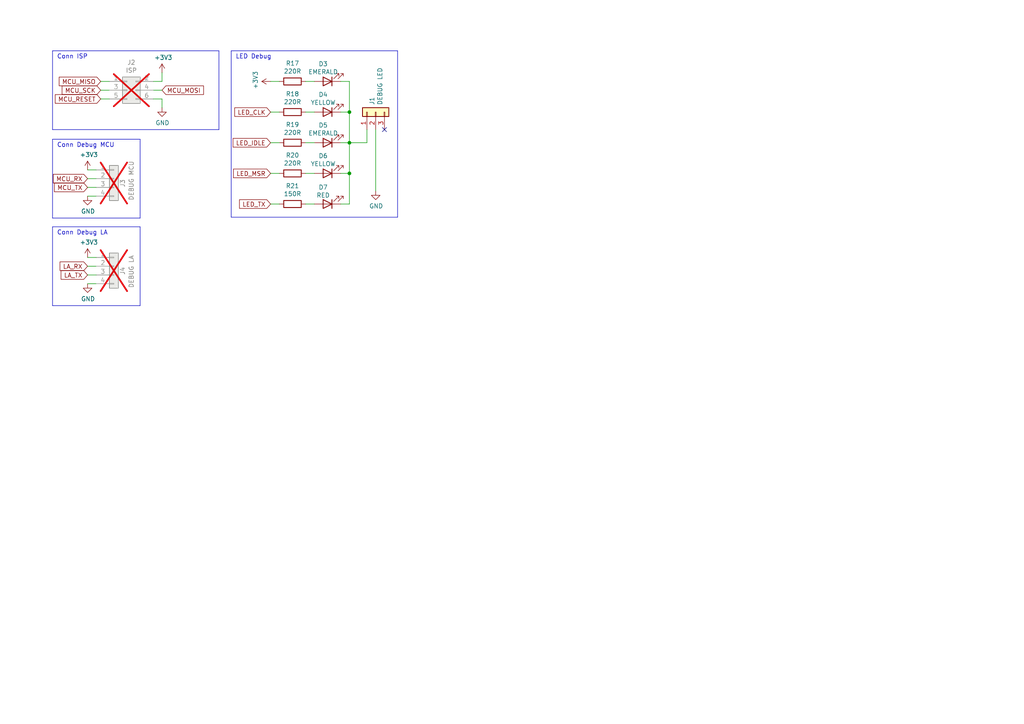
<source format=kicad_sch>
(kicad_sch (version 20230121) (generator eeschema)
  (paper "A4")
  (lib_symbols
    (symbol "Connector_Generic:Conn_01x03" (pin_names (offset 1.016) hide)
      (property "Reference" "J" (at 0 5.08 0))
      (property "Value" "Conn_01x03" (at 0 -5.08 0))
      (symbol "Conn_01x03_1_1"
        (rectangle (start -1.27 -2.413) (end 0 -2.667) (stroke (width 0.1524)))
        (rectangle (start -1.27 0.127) (end 0 -0.127) (stroke (width 0.1524)))
        (rectangle (start -1.27 2.667) (end 0 2.413) (stroke (width 0.1524)))
        (rectangle (start -1.27 3.81) (end 1.27 -3.81) (stroke (width 0.254)) (fill (type background)))
        (pin passive line (at -5.08 2.54 0) (length 3.81) (name "Pin_1") (number "1"))
        (pin passive line (at -5.08 0 0) (length 3.81) (name "Pin_2") (number "2"))
        (pin passive line (at -5.08 -2.54 0) (length 3.81) (name "Pin_3") (number "3"))
      )
    )
    (symbol "Connector_Generic:Conn_01x04" (pin_names (offset 1.016) hide)
      (property "Reference" "J" (at 0 5.08 0))
      (property "Value" "Conn_01x04" (at 0 -7.62 0))
      (symbol "Conn_01x04_1_1"
        (rectangle (start -1.27 -4.953) (end 0 -5.207) (stroke (width 0.1524)))
        (rectangle (start -1.27 -2.413) (end 0 -2.667) (stroke (width 0.1524)))
        (rectangle (start -1.27 0.127) (end 0 -0.127) (stroke (width 0.1524)))
        (rectangle (start -1.27 2.667) (end 0 2.413) (stroke (width 0.1524)))
        (rectangle (start -1.27 3.81) (end 1.27 -6.35) (stroke (width 0.254)) (fill (type background)))
        (pin passive line (at -5.08 2.54 0) (length 3.81) (name "Pin_1") (number "1"))
        (pin passive line (at -5.08 0 0) (length 3.81) (name "Pin_2") (number "2"))
        (pin passive line (at -5.08 -2.54 0) (length 3.81) (name "Pin_3") (number "3"))
        (pin passive line (at -5.08 -5.08 0) (length 3.81) (name "Pin_4") (number "4"))
      )
    )
    (symbol "Connector_Generic:Conn_02x03_Odd_Even" (pin_names (offset 1.016) hide)
      (property "Reference" "J" (at 1.27 5.08 0))
      (property "Value" "Conn_02x03_Odd_Even" (at 1.27 -5.08 0))
      (symbol "Conn_02x03_Odd_Even_1_1"
        (rectangle (start -1.27 -2.413) (end 0 -2.667) (stroke (width 0.1524)))
        (rectangle (start -1.27 0.127) (end 0 -0.127) (stroke (width 0.1524)))
        (rectangle (start -1.27 2.667) (end 0 2.413) (stroke (width 0.1524)))
        (rectangle (start -1.27 3.81) (end 3.81 -3.81) (stroke (width 0.254)) (fill (type background)))
        (rectangle (start 3.81 -2.413) (end 2.54 -2.667) (stroke (width 0.1524)))
        (rectangle (start 3.81 0.127) (end 2.54 -0.127) (stroke (width 0.1524)))
        (rectangle (start 3.81 2.667) (end 2.54 2.413) (stroke (width 0.1524)))
        (pin passive line (at -5.08 2.54 0) (length 3.81) (name "Pin_1") (number "1"))
        (pin passive line (at 7.62 2.54 180) (length 3.81) (name "Pin_2") (number "2"))
        (pin passive line (at -5.08 0 0) (length 3.81) (name "Pin_3") (number "3"))
        (pin passive line (at 7.62 0 180) (length 3.81) (name "Pin_4") (number "4"))
        (pin passive line (at -5.08 -2.54 0) (length 3.81) (name "Pin_5") (number "5"))
        (pin passive line (at 7.62 -2.54 180) (length 3.81) (name "Pin_6") (number "6"))
      )
    )
    (symbol "Device:LED" (pin_numbers hide) (pin_names (offset 1.016) hide)
      (property "Reference" "D" (at 0 2.54 0))
      (property "Value" "LED" (at 0 -2.54 0))
      (symbol "LED_0_1"
        (polyline (pts (xy -1.27 -1.27) (xy -1.27 1.27)) (stroke (width 0.254)))
        (polyline (pts (xy -1.27 0) (xy 1.27 0)))
        (polyline (pts (xy 1.27 -1.27) (xy 1.27 1.27) (xy -1.27 0) (xy 1.27 -1.27)) (stroke (width 0.254)))
        (polyline (pts (xy -3.048 -0.762) (xy -4.572 -2.286) (xy -3.81 -2.286) (xy -4.572 -2.286) (xy -4.572 -1.524)))
        (polyline (pts (xy -1.778 -0.762) (xy -3.302 -2.286) (xy -2.54 -2.286) (xy -3.302 -2.286) (xy -3.302 -1.524)))
      )
      (symbol "LED_1_1"
        (pin passive line (at -3.81 0 0) (length 2.54) (name "K") (number "1"))
        (pin passive line (at 3.81 0 180) (length 2.54) (name "A") (number "2"))
      )
    )
    (symbol "Device:R" (pin_numbers hide) (pin_names (offset 0))
      (property "Reference" "R" (at 2.032 0 90))
      (property "Value" "R" (at 0 0 90))
      (symbol "R_0_1"
        (rectangle (start -1.016 -2.54) (end 1.016 2.54) (stroke (width 0.254)))
      )
      (symbol "R_1_1"
        (pin passive line (at 0 3.81 270) (length 1.27) (name "~") (number "1"))
        (pin passive line (at 0 -3.81 90) (length 1.27) (name "~") (number "2"))
      )
    )
    (symbol "lofence-rescue:+3.3V-power" (power) (pin_names (offset 0))
      (property "Value" "+3.3V-power" (at 0 3.556 0))
      (symbol "+3.3V-power_0_1"
        (polyline (pts (xy -0.762 1.27) (xy 0 2.54)))
        (polyline (pts (xy 0 0) (xy 0 2.54)))
        (polyline (pts (xy 0 2.54) (xy 0.762 1.27)))
      )
      (symbol "+3.3V-power_1_1"
        (pin power_in line (at 0 0 90) (length 0) hide (name "+3V3") (number "1"))
      )
    )
    (symbol "power:GND" (power) (pin_names (offset 0))
      (property "Value" "GND" (at 0 -3.81 0))
      (symbol "GND_0_1"
        (polyline (pts (xy 0 0) (xy 0 -1.27) (xy 1.27 -1.27) (xy 0 -2.54) (xy -1.27 -1.27) (xy 0 -1.27)))
      )
      (symbol "GND_1_1"
        (pin power_in line (at 0 0 270) (length 0) hide (name "GND") (number "1"))
      )
    )
  )
  (junction (at 101.346 32.512))
  (junction (at 101.346 41.402))
  (junction (at 101.346 50.292))
  (no_connect (at 111.506 37.592))
  (wire (pts (xy 31.75 28.702) (xy 29.21 28.702)))
  (wire (pts (xy 27.94 51.816) (xy 25.4 51.816)))
  (wire (pts (xy 101.346 41.402) (xy 98.806 41.402)))
  (polyline (pts (xy 40.64 63.246) (xy 40.64 40.386)))
  (polyline (pts (xy 15.24 14.732) (xy 63.5 14.732)))
  (polyline (pts (xy 63.5 37.592) (xy 15.24 37.592)))
  (wire (pts (xy 78.486 32.512) (xy 81.026 32.512)))
  (wire (pts (xy 46.99 23.622) (xy 46.99 21.082)))
  (wire (pts (xy 101.346 41.402) (xy 106.426 41.402)))
  (wire (pts (xy 101.346 23.622) (xy 98.806 23.622)))
  (wire (pts (xy 27.94 74.676) (xy 25.4 74.676)))
  (wire (pts (xy 78.486 41.402) (xy 81.026 41.402)))
  (wire (pts (xy 91.186 59.182) (xy 88.646 59.182)))
  (wire (pts (xy 31.75 23.622) (xy 29.21 23.622)))
  (polyline (pts (xy 40.64 63.246) (xy 15.24 63.246)))
  (wire (pts (xy 101.346 59.182) (xy 101.346 50.292)))
  (wire (pts (xy 27.94 56.896) (xy 25.4 56.896)))
  (wire (pts (xy 78.486 59.182) (xy 81.026 59.182)))
  (wire (pts (xy 91.186 32.512) (xy 88.646 32.512)))
  (wire (pts (xy 31.75 26.162) (xy 29.21 26.162)))
  (polyline (pts (xy 40.64 88.646) (xy 40.64 65.786)))
  (polyline (pts (xy 15.24 63.246) (xy 15.24 40.386)))
  (wire (pts (xy 46.99 26.162) (xy 44.45 26.162)))
  (polyline (pts (xy 115.316 14.732) (xy 67.056 14.732)))
  (wire (pts (xy 106.426 41.402) (xy 106.426 37.592)))
  (polyline (pts (xy 15.24 14.732) (xy 15.24 37.592)))
  (polyline (pts (xy 40.64 40.386) (xy 15.24 40.386)))
  (polyline (pts (xy 15.24 88.646) (xy 15.24 65.786)))
  (wire (pts (xy 78.486 50.292) (xy 81.026 50.292)))
  (polyline (pts (xy 67.056 14.732) (xy 67.056 62.992)))
  (wire (pts (xy 27.94 49.276) (xy 25.4 49.276)))
  (wire (pts (xy 27.94 82.296) (xy 25.4 82.296)))
  (wire (pts (xy 78.486 23.622) (xy 81.026 23.622)))
  (wire (pts (xy 91.186 23.622) (xy 88.646 23.622)))
  (wire (pts (xy 101.346 50.292) (xy 98.806 50.292)))
  (wire (pts (xy 27.94 54.356) (xy 25.4 54.356)))
  (wire (pts (xy 101.346 59.182) (xy 98.806 59.182)))
  (polyline (pts (xy 115.316 14.732) (xy 115.316 62.992)))
  (wire (pts (xy 25.4 79.756) (xy 27.94 79.756)))
  (wire (pts (xy 46.99 28.702) (xy 44.45 28.702)))
  (wire (pts (xy 46.99 31.242) (xy 46.99 28.702)))
  (polyline (pts (xy 115.316 62.992) (xy 67.056 62.992)))
  (wire (pts (xy 101.346 50.292) (xy 101.346 41.402)))
  (wire (pts (xy 91.186 50.292) (xy 88.646 50.292)))
  (polyline (pts (xy 40.64 65.786) (xy 15.24 65.786)))
  (polyline (pts (xy 15.24 88.646) (xy 40.64 88.646)))
  (polyline (pts (xy 63.5 14.732) (xy 63.5 37.592)))
  (wire (pts (xy 108.966 55.372) (xy 108.966 37.592)))
  (wire (pts (xy 101.346 41.402) (xy 101.346 32.512)))
  (wire (pts (xy 101.346 32.512) (xy 98.806 32.512)))
  (wire (pts (xy 101.346 23.622) (xy 101.346 32.512)))
  (wire (pts (xy 25.4 77.216) (xy 27.94 77.216)))
  (wire (pts (xy 44.45 23.622) (xy 46.99 23.622)))
  (wire (pts (xy 88.646 41.402) (xy 91.186 41.402)))
  (text "Conn Debug MCU" (at 16.51 42.926 0) (effects (font (size 1.27 1.27)) (justify left bottom)))
  (text "Conn Debug LA" (at 16.51 68.326 0) (effects (font (size 1.27 1.27)) (justify left bottom)))
  (text "Conn ISP" (at 16.51 17.272 0) (effects (font (size 1.27 1.27)) (justify left bottom)))
  (text "LED Debug" (at 68.326 17.272 0) (effects (font (size 1.27 1.27)) (justify left bottom)))
  (global_label "LED_CLK" (shape input) (at 78.486 32.512 180) (property "Intersheetrefs" "${INTERSHEET_REFS}" (effects hide)))
  (global_label "LED_IDLE" (shape input) (at 78.486 41.402 180) (property "Intersheetrefs" "${INTERSHEET_REFS}" (effects hide)))
  (global_label "MCU_MISO" (shape input) (at 29.21 23.622 180) (property "Intersheetrefs" "${INTERSHEET_REFS}" (effects hide)))
  (global_label "LA_RX" (shape input) (at 25.4 77.216 180) (property "Intersheetrefs" "${INTERSHEET_REFS}" (effects hide)))
  (global_label "MCU_MOSI" (shape input) (at 46.99 26.162 0) (property "Intersheetrefs" "${INTERSHEET_REFS}" (effects hide)))
  (global_label "MCU_RX" (shape input) (at 25.4 51.816 180) (property "Intersheetrefs" "${INTERSHEET_REFS}" (effects hide)))
  (global_label "MCU_TX" (shape input) (at 25.4 54.356 180) (property "Intersheetrefs" "${INTERSHEET_REFS}" (effects hide)))
  (global_label "LA_TX" (shape input) (at 25.4 79.756 180) (property "Intersheetrefs" "${INTERSHEET_REFS}" (effects hide)))
  (global_label "LED_MSR" (shape input) (at 78.486 50.292 180) (property "Intersheetrefs" "${INTERSHEET_REFS}" (effects hide)))
  (global_label "LED_TX" (shape input) (at 78.486 59.182 180) (property "Intersheetrefs" "${INTERSHEET_REFS}" (effects hide)))
  (global_label "MCU_RESET" (shape input) (at 29.21 28.702 180) (property "Intersheetrefs" "${INTERSHEET_REFS}" (effects hide)))
  (global_label "MCU_SCK" (shape input) (at 29.21 26.162 180) (property "Intersheetrefs" "${INTERSHEET_REFS}" (effects hide)))
  (symbol (lib_id "Device:LED") (at 94.996 23.622 180) (unit 1)
    (property "Reference" "D3" (at 93.726 18.542 0))
    (property "Value" "EMERALD" (at 93.726 20.8534 0))
    (property "Footprint" "LED_SMD:LED_0805_2012Metric_Pad1.15x1.40mm_HandSolder" (effects hide))
    (property "JLCPCB Part #" "C2297" (effects hide))
    (instances (project "LoFence-V2" (path "" (reference "D3") (unit 1)) (path "" (reference "D6") (unit 1))))
  )
  (symbol (lib_id "lofence-rescue:+3.3V-power") (at 25.4 74.676 0) (unit 1)
    (property "Reference" "#PWR029" (effects hide))
    (property "Value" "+3.3V" (at 25.781 70.2818 0))
    (instances (project "LoFence-V2" (path "" (reference "#PWR029") (unit 1)) (path "" (reference "#PWR035") (unit 1))))
  )
  (symbol (lib_id "Device:LED") (at 94.996 41.402 180) (unit 1)
    (property "Reference" "D5" (at 93.726 36.322 0))
    (property "Value" "EMERALD" (at 93.726 38.6334 0))
    (property "Footprint" "LED_SMD:LED_0805_2012Metric_Pad1.15x1.40mm_HandSolder" (effects hide))
    (property "JLCPCB Part #" "C2297" (effects hide))
    (instances (project "LoFence-V2" (path "" (reference "D5") (unit 1)) (path "" (reference "D8") (unit 1))))
  )
  (symbol (lib_id "Connector_Generic:Conn_01x04") (at 33.02 77.216 0) (unit 1) (in_bom no) (dnp yes)
    (property "Reference" "J4" (at 35.56 79.756 90) (effects (justify left)))
    (property "Value" "DEBUG LA" (at 38.1 83.566 90) (effects (justify left)))
    (property "Footprint" "Connector_PinHeader_2.54mm:PinHeader_1x04_P2.54mm_Vertical" (effects hide))
    (instances (project "LoFence-V2" (path "" (reference "J4") (unit 1)) (path "" (reference "J6") (unit 1))))
  )
  (symbol (lib_id "lofence-rescue:+3.3V-power") (at 46.99 21.082 0) (unit 1)
    (property "Reference" "#PWR035" (effects hide))
    (property "Value" "+3.3V" (at 47.371 16.6878 0))
    (instances (project "LoFence-V2" (path "" (reference "#PWR035") (unit 1)) (path "" (reference "#PWR037") (unit 1))))
  )
  (symbol (lib_id "Device:LED") (at 94.996 50.292 180) (unit 1)
    (property "Reference" "D6" (at 93.726 45.212 0))
    (property "Value" "YELLOW" (at 93.726 47.5234 0))
    (property "Footprint" "LED_SMD:LED_0805_2012Metric_Pad1.15x1.40mm_HandSolder" (effects hide))
    (property "JLCPCB Part #" "C2296" (effects hide))
    (instances (project "LoFence-V2" (path "" (reference "D6") (unit 1)) (path "" (reference "D9") (unit 1))))
  )
  (symbol (lib_id "Device:R") (at 84.836 32.512 270) (unit 1)
    (property "Reference" "R18" (at 84.836 27.2542 90))
    (property "Value" "220R" (at 84.836 29.5656 90))
    (property "Footprint" "Resistor_SMD:R_0603_1608Metric_Pad0.98x0.95mm_HandSolder" (effects hide))
    (instances (project "LoFence-V2" (path "" (reference "R18") (unit 1)) (path "" (reference "R23") (unit 1))))
  )
  (symbol (lib_id "power:GND") (at 25.4 56.896 0) (unit 1)
    (property "Reference" "#PWR038" (effects hide))
    (property "Value" "GND" (at 25.527 61.2902 0))
    (instances (project "LoFence-V2" (path "" (reference "#PWR038") (unit 1)) (path "" (reference "#PWR034") (unit 1))))
  )
  (symbol (lib_id "power:GND") (at 25.4 82.296 0) (unit 1)
    (property "Reference" "#PWR034" (effects hide))
    (property "Value" "GND" (at 25.527 86.6902 0))
    (instances (project "LoFence-V2" (path "" (reference "#PWR034") (unit 1)) (path "" (reference "#PWR036") (unit 1))))
  )
  (symbol (lib_id "power:GND") (at 108.966 55.372 0) (unit 1)
    (property "Reference" "#PWR037" (effects hide))
    (property "Value" "GND" (at 109.093 59.7662 0))
    (instances (project "LoFence-V2" (path "" (reference "#PWR037") (unit 1)) (path "" (reference "#PWR040") (unit 1))))
  )
  (symbol (lib_id "Device:R") (at 84.836 50.292 270) (unit 1)
    (property "Reference" "R20" (at 84.836 45.0342 90))
    (property "Value" "220R" (at 84.836 47.3456 90))
    (property "Footprint" "Resistor_SMD:R_0603_1608Metric_Pad0.98x0.95mm_HandSolder" (effects hide))
    (instances (project "LoFence-V2" (path "" (reference "R20") (unit 1)) (path "" (reference "R25") (unit 1))))
  )
  (symbol (lib_id "Device:R") (at 84.836 23.622 270) (unit 1)
    (property "Reference" "R17" (at 84.836 18.3642 90))
    (property "Value" "220R" (at 84.836 20.6756 90))
    (property "Footprint" "Resistor_SMD:R_0603_1608Metric_Pad0.98x0.95mm_HandSolder" (effects hide))
    (instances (project "LoFence-V2" (path "" (reference "R17") (unit 1)) (path "" (reference "R22") (unit 1))))
  )
  (symbol (lib_id "lofence-rescue:+3.3V-power") (at 78.486 23.622 90) (unit 1)
    (property "Reference" "#PWR028" (effects hide))
    (property "Value" "+3.3V" (at 74.0918 23.241 0))
    (instances (project "LoFence-V2" (path "" (reference "#PWR028") (unit 1)) (path "" (reference "#PWR039") (unit 1))))
  )
  (symbol (lib_id "Connector_Generic:Conn_02x03_Odd_Even") (at 36.83 26.162 0) (unit 1) (in_bom no) (dnp yes)
    (property "Reference" "J2" (at 38.1 18.1102 0))
    (property "Value" "ISP" (at 38.1 20.4216 0))
    (property "Footprint" "Connector_PinHeader_2.54mm:PinHeader_2x03_P2.54mm_Vertical" (effects hide))
    (instances (project "LoFence-V2" (path "" (reference "J2") (unit 1)) (path "" (reference "J3") (unit 1))))
  )
  (symbol (lib_id "lofence-rescue:+3.3V-power") (at 25.4 49.276 0) (unit 1)
    (property "Reference" "#PWR036" (effects hide))
    (property "Value" "+3.3V" (at 25.781 44.8818 0))
    (instances (project "LoFence-V2" (path "" (reference "#PWR036") (unit 1)) (path "" (reference "#PWR033") (unit 1))))
  )
  (symbol (lib_id "Connector_Generic:Conn_01x04") (at 33.02 51.816 0) (unit 1) (in_bom no) (dnp yes)
    (property "Reference" "J3" (at 35.56 54.356 90) (effects (justify left)))
    (property "Value" "DEBUG MCU" (at 38.1 58.166 90) (effects (justify left)))
    (property "Footprint" "Connector_PinHeader_2.54mm:PinHeader_1x04_P2.54mm_Vertical" (effects hide))
    (instances (project "LoFence-V2" (path "" (reference "J3") (unit 1)) (path "" (reference "J5") (unit 1))))
  )
  (symbol (lib_id "power:GND") (at 46.99 31.242 0) (unit 1)
    (property "Reference" "#PWR039" (effects hide))
    (property "Value" "GND" (at 47.117 35.6362 0))
    (instances (project "LoFence-V2" (path "" (reference "#PWR039") (unit 1)) (path "" (reference "#PWR038") (unit 1))))
  )
  (symbol (lib_id "Device:LED") (at 94.996 59.182 180) (unit 1)
    (property "Reference" "D7" (at 93.726 54.3306 0))
    (property "Value" "RED" (at 93.726 56.642 0))
    (property "Footprint" "LED_SMD:LED_0805_2012Metric_Pad1.15x1.40mm_HandSolder" (effects hide))
    (property "JLCPCB Part #" "C84256" (effects hide))
    (instances (project "LoFence-V2" (path "" (reference "D7") (unit 1)) (path "" (reference "D10") (unit 1))))
  )
  (symbol (lib_id "Connector_Generic:Conn_01x03") (at 108.966 32.512 90) (unit 1) (in_bom no)
    (property "Reference" "J1" (at 107.8992 30.48 0) (effects (justify left)))
    (property "Value" "DEBUG LED" (at 110.2106 30.48 0) (effects (justify left)))
    (property "Footprint" "Connector_PinHeader_2.54mm:PinHeader_1x03_P2.54mm_Vertical" (effects hide))
    (instances (project "LoFence-V2" (path "" (reference "J1") (unit 1)) (path "" (reference "J4") (unit 1))))
  )
  (symbol (lib_id "Device:LED") (at 94.996 32.512 180) (unit 1)
    (property "Reference" "D4" (at 93.726 27.432 0))
    (property "Value" "YELLOW" (at 93.726 29.7434 0))
    (property "Footprint" "LED_SMD:LED_0805_2012Metric_Pad1.15x1.40mm_HandSolder" (effects hide))
    (property "JLCPCB Part #" "C2296" (effects hide))
    (instances (project "LoFence-V2" (path "" (reference "D4") (unit 1)) (path "" (reference "D7") (unit 1))))
  )
  (symbol (lib_id "Device:R") (at 84.836 59.182 270) (unit 1)
    (property "Reference" "R21" (at 84.836 53.9242 90))
    (property "Value" "150R" (at 84.836 56.2356 90))
    (property "Footprint" "Resistor_SMD:R_0603_1608Metric_Pad0.98x0.95mm_HandSolder" (effects hide))
    (instances (project "LoFence-V2" (path "" (reference "R21") (unit 1)) (path "" (reference "R26") (unit 1))))
  )
  (symbol (lib_id "Device:R") (at 84.836 41.402 270) (unit 1)
    (property "Reference" "R19" (at 84.836 36.1442 90))
    (property "Value" "220R" (at 84.836 38.4556 90))
    (property "Footprint" "Resistor_SMD:R_0603_1608Metric_Pad0.98x0.95mm_HandSolder" (effects hide))
    (instances (project "LoFence-V2" (path "" (reference "R19") (unit 1)) (path "" (reference "R24") (unit 1))))
  )
)
</source>
